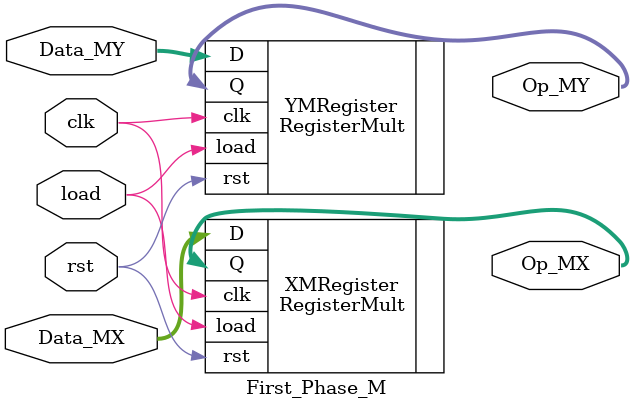
<source format=v>
`timescale 1ns / 1ps
module First_Phase_M
//SINGLE PRECISION PARAMETERS
	# (parameter W = 32)
//DOUBLE PRECISION PARAMETERS
 /*# (parameter W = 64) */
	(
		input wire clk, //system clock
		input wire rst, //module reset
		input wire load, //load signal
		input wire [W-1:0] Data_MX, //Data X and Y are the operands
		input wire [W-1:0] Data_MY,
		output wire [W-1:0] Op_MX, //Both Op signals are the outputs
		output wire [W-1:0] Op_MY
	 );

//Module's Body
//Both registers could be set with the parameter signal
//to be 32 or 64 bitwidth
RegisterMult #(.W(W)) XMRegister ( //Data X input register
    .clk(clk),
    .rst(rst),
    .load(load),
    .D(Data_MX),
    .Q(Op_MX)
    );


RegisterMult #(.W(W)) YMRegister ( //Data Y input register
    .clk(clk),
    .rst(rst),
    .load(load),
    .D(Data_MY),
    .Q(Op_MY)
    );

endmodule

</source>
